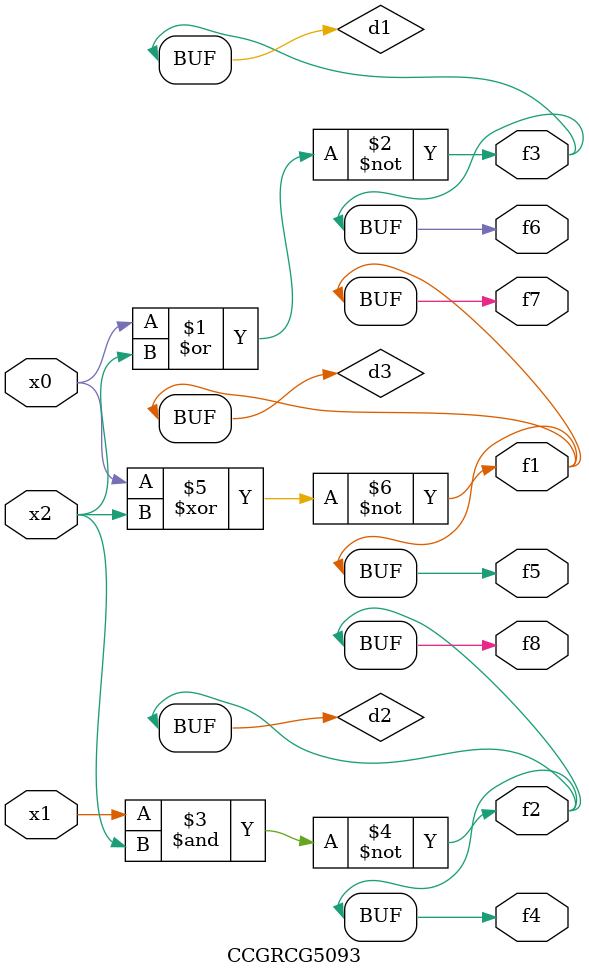
<source format=v>
module CCGRCG5093(
	input x0, x1, x2,
	output f1, f2, f3, f4, f5, f6, f7, f8
);

	wire d1, d2, d3;

	nor (d1, x0, x2);
	nand (d2, x1, x2);
	xnor (d3, x0, x2);
	assign f1 = d3;
	assign f2 = d2;
	assign f3 = d1;
	assign f4 = d2;
	assign f5 = d3;
	assign f6 = d1;
	assign f7 = d3;
	assign f8 = d2;
endmodule

</source>
